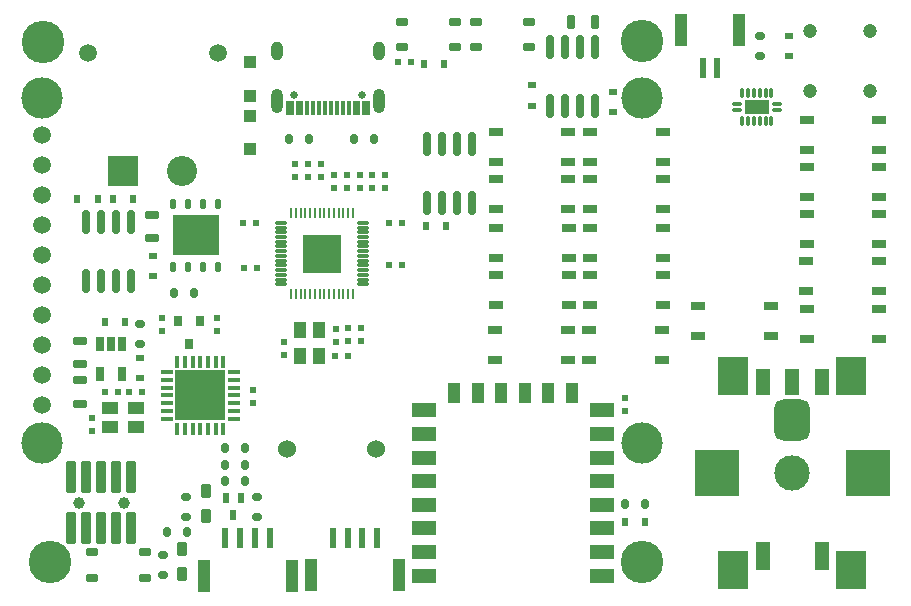
<source format=gbr>
%TF.GenerationSoftware,KiCad,Pcbnew,7.0.7*%
%TF.CreationDate,2023-08-17T16:49:06-04:00*%
%TF.ProjectId,eOPRA_interface,654f5052-415f-4696-9e74-657266616365,rev?*%
%TF.SameCoordinates,Original*%
%TF.FileFunction,Soldermask,Top*%
%TF.FilePolarity,Negative*%
%FSLAX46Y46*%
G04 Gerber Fmt 4.6, Leading zero omitted, Abs format (unit mm)*
G04 Created by KiCad (PCBNEW 7.0.7) date 2023-08-17 16:49:06*
%MOMM*%
%LPD*%
G01*
G04 APERTURE LIST*
G04 Aperture macros list*
%AMRoundRect*
0 Rectangle with rounded corners*
0 $1 Rounding radius*
0 $2 $3 $4 $5 $6 $7 $8 $9 X,Y pos of 4 corners*
0 Add a 4 corners polygon primitive as box body*
4,1,4,$2,$3,$4,$5,$6,$7,$8,$9,$2,$3,0*
0 Add four circle primitives for the rounded corners*
1,1,$1+$1,$2,$3*
1,1,$1+$1,$4,$5*
1,1,$1+$1,$6,$7*
1,1,$1+$1,$8,$9*
0 Add four rect primitives between the rounded corners*
20,1,$1+$1,$2,$3,$4,$5,0*
20,1,$1+$1,$4,$5,$6,$7,0*
20,1,$1+$1,$6,$7,$8,$9,0*
20,1,$1+$1,$8,$9,$2,$3,0*%
G04 Aperture macros list end*
%ADD10R,0.600000X0.500000*%
%ADD11R,1.400000X1.100000*%
%ADD12R,1.100000X1.400000*%
%ADD13R,2.000000X1.200000*%
%ADD14R,1.100000X1.700000*%
%ADD15RoundRect,0.187500X0.312500X0.187500X-0.312500X0.187500X-0.312500X-0.187500X0.312500X-0.187500X0*%
%ADD16R,0.800000X0.900000*%
%ADD17R,1.200000X0.800000*%
%ADD18C,1.508000*%
%ADD19C,2.550000*%
%ADD20R,2.550000X2.550000*%
%ADD21RoundRect,0.175000X-0.425000X0.175000X-0.425000X-0.175000X0.425000X-0.175000X0.425000X0.175000X0*%
%ADD22C,1.200000*%
%ADD23R,0.600000X0.800000*%
%ADD24C,3.600000*%
%ADD25RoundRect,0.006000X-0.431500X-0.094000X0.431500X-0.094000X0.431500X0.094000X-0.431500X0.094000X0*%
%ADD26RoundRect,0.020000X-0.080000X-0.417500X0.080000X-0.417500X0.080000X0.417500X-0.080000X0.417500X0*%
%ADD27R,3.200000X3.200000*%
%ADD28RoundRect,0.150000X0.150000X-0.825000X0.150000X0.825000X-0.150000X0.825000X-0.150000X-0.825000X0*%
%ADD29R,3.750000X4.000000*%
%ADD30R,2.500000X3.200000*%
%ADD31C,3.000000*%
%ADD32RoundRect,0.750000X0.750000X1.000000X-0.750000X1.000000X-0.750000X-1.000000X0.750000X-1.000000X0*%
%ADD33R,1.300000X2.200000*%
%ADD34R,1.300000X2.400000*%
%ADD35RoundRect,0.175000X0.425000X-0.175000X0.425000X0.175000X-0.425000X0.175000X-0.425000X-0.175000X0*%
%ADD36R,1.100000X1.100000*%
%ADD37R,1.000000X2.700000*%
%ADD38R,0.600000X1.700000*%
%ADD39RoundRect,0.150000X0.250000X-0.150000X0.250000X0.150000X-0.250000X0.150000X-0.250000X-0.150000X0*%
%ADD40RoundRect,0.150000X-0.250000X0.150000X-0.250000X-0.150000X0.250000X-0.150000X0.250000X0.150000X0*%
%ADD41C,0.650000*%
%ADD42R,0.300000X1.150000*%
%ADD43O,1.000000X2.100000*%
%ADD44O,1.000000X1.600000*%
%ADD45R,0.800000X0.600000*%
%ADD46RoundRect,0.150000X0.150000X0.250000X-0.150000X0.250000X-0.150000X-0.250000X0.150000X-0.250000X0*%
%ADD47R,0.500000X0.600000*%
%ADD48RoundRect,0.150000X-0.150000X-0.250000X0.150000X-0.250000X0.150000X0.250000X-0.150000X0.250000X0*%
%ADD49R,0.650000X1.220000*%
%ADD50RoundRect,0.083000X-0.332000X0.479500X-0.332000X-0.479500X0.332000X-0.479500X0.332000X0.479500X0*%
%ADD51RoundRect,0.175000X0.175000X0.425000X-0.175000X0.425000X-0.175000X-0.425000X0.175000X-0.425000X0*%
%ADD52R,0.520000X0.830000*%
%ADD53R,2.150000X1.150000*%
%ADD54O,0.850000X0.300000*%
%ADD55O,0.300000X0.850000*%
%ADD56RoundRect,0.150000X-0.150000X0.825000X-0.150000X-0.825000X0.150000X-0.825000X0.150000X0.825000X0*%
%ADD57C,1.524000*%
%ADD58R,4.000000X3.400000*%
%ADD59RoundRect,0.125000X0.125000X-0.262500X0.125000X0.262500X-0.125000X0.262500X-0.125000X-0.262500X0*%
%ADD60R,1.000000X0.370000*%
%ADD61R,0.370000X1.000000*%
%ADD62R,4.250000X4.250000*%
%ADD63C,1.000000*%
%ADD64RoundRect,0.050800X0.380000X1.300000X-0.380000X1.300000X-0.380000X-1.300000X0.380000X-1.300000X0*%
%ADD65C,3.500000*%
%ADD66C,1.500000*%
G04 APERTURE END LIST*
D10*
%TO.C,R24*%
X128225000Y-89150000D03*
X128225000Y-90250000D03*
%TD*%
%TO.C,R23*%
X127150000Y-89150000D03*
X127150000Y-90250000D03*
%TD*%
D11*
%TO.C,Y1*%
X110400000Y-108900000D03*
X108200000Y-108900000D03*
X108200000Y-110500000D03*
X110400000Y-110500000D03*
%TD*%
D12*
%TO.C,Y3*%
X125885000Y-104485000D03*
X125885000Y-102285000D03*
X124285000Y-102285000D03*
X124285000Y-104485000D03*
%TD*%
D13*
%TO.C,U16*%
X149800000Y-123075000D03*
X149800000Y-121075000D03*
X149800000Y-119075000D03*
X149800000Y-117075000D03*
X149800000Y-115075000D03*
X149800000Y-113075000D03*
X149800000Y-111075000D03*
X149800000Y-109075000D03*
D14*
X147300000Y-107575000D03*
X145300000Y-107575000D03*
X143300000Y-107575000D03*
X141300000Y-107575000D03*
X139300000Y-107575000D03*
X137300000Y-107575000D03*
D13*
X134800000Y-109075000D03*
X134800000Y-111075000D03*
X134800000Y-113075000D03*
X134800000Y-115075000D03*
X134800000Y-117075000D03*
X134800000Y-119075000D03*
X134800000Y-121075000D03*
X134800000Y-123075000D03*
%TD*%
D15*
%TO.C,SW3*%
X111150000Y-123255000D03*
X111150000Y-121105000D03*
X106650000Y-123255000D03*
X106650000Y-121105000D03*
%TD*%
%TO.C,SW6*%
X143650000Y-78330000D03*
X143650000Y-76180000D03*
X139150000Y-78330000D03*
X139150000Y-76180000D03*
%TD*%
%TO.C,SW2*%
X137400000Y-78330000D03*
X137400000Y-76180000D03*
X132900000Y-78330000D03*
X132900000Y-76180000D03*
%TD*%
D10*
%TO.C,C33*%
X120300000Y-108475000D03*
X120300000Y-107375000D03*
%TD*%
D16*
%TO.C,D1*%
X115825000Y-101500000D03*
X113925000Y-101500000D03*
X114875000Y-103500000D03*
%TD*%
D17*
%TO.C,Q30*%
X140820000Y-89520000D03*
X140820000Y-92060000D03*
X146970000Y-92060000D03*
X146970000Y-89520000D03*
%TD*%
D18*
%TO.C,U5*%
X106300000Y-78800000D03*
X117300000Y-78800000D03*
D19*
X114300000Y-88800000D03*
D20*
X109300000Y-88800000D03*
%TD*%
D17*
%TO.C,Q27*%
X140837500Y-85525000D03*
X140837500Y-88065000D03*
X146987500Y-88065000D03*
X146987500Y-85525000D03*
%TD*%
D21*
%TO.C,C20*%
X105625000Y-103200000D03*
X105625000Y-105200000D03*
%TD*%
D22*
%TO.C,SW4*%
X172505000Y-82025000D03*
X172505000Y-76945000D03*
X167425000Y-82025000D03*
X167425000Y-76945000D03*
%TD*%
D10*
%TO.C,C22*%
X106675000Y-109750000D03*
X106675000Y-110850000D03*
%TD*%
D23*
%TO.C,D3*%
X136425000Y-79775000D03*
X134725000Y-79775000D03*
%TD*%
%TO.C,C32*%
X134920000Y-93470000D03*
X136620000Y-93470000D03*
%TD*%
D24*
%TO.C,U7*%
X153250000Y-77850000D03*
%TD*%
D17*
%TO.C,Q7*%
X148825000Y-97605000D03*
X148825000Y-100145000D03*
X154975000Y-100145000D03*
X154975000Y-97605000D03*
%TD*%
D25*
%TO.C,U10*%
X122690000Y-93210000D03*
X122690000Y-93610000D03*
X122690000Y-94010000D03*
X122690000Y-94410000D03*
X122690000Y-94810000D03*
X122690000Y-95210000D03*
X122690000Y-95610000D03*
X122690000Y-96010000D03*
X122690000Y-96410000D03*
X122690000Y-96810000D03*
X122690000Y-97210000D03*
X122690000Y-97610000D03*
X122690000Y-98010000D03*
X122690000Y-98410000D03*
D26*
X123525000Y-99245000D03*
X123925000Y-99245000D03*
X124325000Y-99245000D03*
X124725000Y-99245000D03*
X125125000Y-99245000D03*
X125525000Y-99245000D03*
X125925000Y-99245000D03*
X126325000Y-99245000D03*
X126725000Y-99245000D03*
X127125000Y-99245000D03*
X127525000Y-99245000D03*
X127925000Y-99245000D03*
X128325000Y-99245000D03*
X128725000Y-99245000D03*
D25*
X129560000Y-98410000D03*
X129560000Y-98010000D03*
X129560000Y-97610000D03*
X129560000Y-97210000D03*
X129560000Y-96810000D03*
X129560000Y-96410000D03*
X129560000Y-96010000D03*
X129560000Y-95610000D03*
X129560000Y-95210000D03*
X129560000Y-94810000D03*
X129560000Y-94410000D03*
X129560000Y-94010000D03*
X129560000Y-93610000D03*
X129560000Y-93210000D03*
D26*
X128725000Y-92375000D03*
X128325000Y-92375000D03*
X127925000Y-92375000D03*
X127525000Y-92375000D03*
X127125000Y-92375000D03*
X126725000Y-92375000D03*
X126325000Y-92375000D03*
X125925000Y-92375000D03*
X125525000Y-92375000D03*
X125125000Y-92375000D03*
X124725000Y-92375000D03*
X124325000Y-92375000D03*
X123925000Y-92375000D03*
X123525000Y-92375000D03*
D27*
X126125000Y-95810000D03*
%TD*%
D23*
%TO.C,D2*%
X151800000Y-118550000D03*
X153500000Y-118550000D03*
%TD*%
D28*
%TO.C,U15*%
X145420000Y-83275000D03*
X146690000Y-83275000D03*
X147960000Y-83275000D03*
X149230000Y-83275000D03*
X149230000Y-78325000D03*
X147960000Y-78325000D03*
X146690000Y-78325000D03*
X145420000Y-78325000D03*
%TD*%
D17*
%TO.C,Q17*%
X140860000Y-97600000D03*
X140860000Y-100140000D03*
X147010000Y-100140000D03*
X147010000Y-97600000D03*
%TD*%
D29*
%TO.C,SW7*%
X172325000Y-114400000D03*
D30*
X170950000Y-122600000D03*
X170950000Y-106200000D03*
D31*
X165950000Y-114400000D03*
D32*
X165950000Y-109900000D03*
D30*
X160950000Y-122600000D03*
X160950000Y-106200000D03*
D29*
X159575000Y-114400000D03*
D33*
X168450000Y-106700000D03*
X163450000Y-106700000D03*
X165950000Y-106700000D03*
D34*
X168450000Y-121400000D03*
X163450000Y-121400000D03*
%TD*%
D35*
%TO.C,C31*%
X105625000Y-108525000D03*
X105625000Y-106525000D03*
%TD*%
D10*
%TO.C,C24*%
X112550000Y-102375000D03*
X112550000Y-101275000D03*
%TD*%
D36*
%TO.C,D4*%
X120030000Y-84160000D03*
X120030000Y-86960000D03*
%TD*%
D37*
%TO.C,J2*%
X125200000Y-123050000D03*
X132650000Y-123050000D03*
D38*
X127050000Y-119850000D03*
X128300000Y-119850000D03*
X129550000Y-119850000D03*
X130800000Y-119850000D03*
%TD*%
D39*
%TO.C,R15*%
X110700000Y-103475000D03*
X110700000Y-101775000D03*
%TD*%
D17*
%TO.C,Q15*%
X173300000Y-103025000D03*
X173300000Y-100485000D03*
X167150000Y-100485000D03*
X167150000Y-103025000D03*
%TD*%
D10*
%TO.C,C14*%
X123875000Y-89325000D03*
X123875000Y-88225000D03*
%TD*%
D17*
%TO.C,Q22*%
X148845000Y-89515000D03*
X148845000Y-92055000D03*
X154995000Y-92055000D03*
X154995000Y-89515000D03*
%TD*%
D10*
%TO.C,C10*%
X126050000Y-89325000D03*
X126050000Y-88225000D03*
%TD*%
%TO.C,C34*%
X151800000Y-109125000D03*
X151800000Y-108025000D03*
%TD*%
D40*
%TO.C,R18*%
X112625000Y-121300000D03*
X112625000Y-123000000D03*
%TD*%
D41*
%TO.C,U1*%
X129525000Y-82380000D03*
X123745000Y-82380000D03*
D42*
X129985000Y-83445000D03*
X129185000Y-83445000D03*
X127885000Y-83445000D03*
X126885000Y-83445000D03*
X126385000Y-83445000D03*
X125385000Y-83445000D03*
X124085000Y-83445000D03*
X123285000Y-83445000D03*
X123585000Y-83445000D03*
X124385000Y-83445000D03*
X124885000Y-83445000D03*
X125885000Y-83445000D03*
X127385000Y-83445000D03*
X128385000Y-83445000D03*
X128885000Y-83445000D03*
X129685000Y-83445000D03*
D43*
X130955000Y-82880000D03*
D44*
X130955000Y-78700000D03*
D43*
X122315000Y-82880000D03*
D44*
X122315000Y-78700000D03*
%TD*%
D45*
%TO.C,C19*%
X110705000Y-104655000D03*
X110705000Y-106355000D03*
%TD*%
D10*
%TO.C,C12*%
X131450000Y-90250000D03*
X131450000Y-89150000D03*
%TD*%
D46*
%TO.C,R28*%
X114700000Y-119400000D03*
X113000000Y-119400000D03*
%TD*%
D17*
%TO.C,Q14*%
X154900000Y-104835000D03*
X154900000Y-102295000D03*
X148750000Y-102295000D03*
X148750000Y-104835000D03*
%TD*%
D45*
%TO.C,C2*%
X111775000Y-96050000D03*
X111775000Y-97750000D03*
%TD*%
D24*
%TO.C,U8*%
X153250000Y-121900000D03*
%TD*%
D10*
%TO.C,R4*%
X127275000Y-103275000D03*
X127275000Y-102175000D03*
%TD*%
D17*
%TO.C,Q26*%
X173300000Y-95025000D03*
X173300000Y-92485000D03*
X167150000Y-92485000D03*
X167150000Y-95025000D03*
%TD*%
D10*
%TO.C,C8*%
X128360000Y-102150000D03*
X128360000Y-103250000D03*
%TD*%
D17*
%TO.C,Q34*%
X148837500Y-85510000D03*
X148837500Y-88050000D03*
X154987500Y-88050000D03*
X154987500Y-85510000D03*
%TD*%
D47*
%TO.C,C13*%
X120525000Y-93225000D03*
X119425000Y-93225000D03*
%TD*%
D36*
%TO.C,D5*%
X120040000Y-82430000D03*
X120040000Y-79630000D03*
%TD*%
D10*
%TO.C,C15*%
X129450000Y-102150000D03*
X129450000Y-103250000D03*
%TD*%
D35*
%TO.C,C3*%
X111750000Y-94525000D03*
X111750000Y-92525000D03*
%TD*%
D48*
%TO.C,R16*%
X113575000Y-99125000D03*
X115275000Y-99125000D03*
%TD*%
D39*
%TO.C,R7*%
X120650000Y-118100000D03*
X120650000Y-116400000D03*
%TD*%
D48*
%TO.C,R25*%
X117900000Y-113700000D03*
X119600000Y-113700000D03*
%TD*%
D47*
%TO.C,C7*%
X131835000Y-93235000D03*
X132935000Y-93235000D03*
%TD*%
D46*
%TO.C,R11*%
X119600000Y-112300000D03*
X117900000Y-112300000D03*
%TD*%
D49*
%TO.C,U14*%
X109225000Y-103425000D03*
X108275000Y-103425000D03*
X107325000Y-103425000D03*
X107325000Y-106045000D03*
X109225000Y-106045000D03*
%TD*%
D45*
%TO.C,C29*%
X150800000Y-83825000D03*
X150800000Y-82125000D03*
%TD*%
%TO.C,D10*%
X165675000Y-79100000D03*
X165675000Y-77400000D03*
%TD*%
D10*
%TO.C,C23*%
X117200000Y-102350000D03*
X117200000Y-101250000D03*
%TD*%
D48*
%TO.C,R2*%
X128825000Y-86075000D03*
X130525000Y-86075000D03*
%TD*%
D17*
%TO.C,Q20*%
X173290000Y-99010000D03*
X173290000Y-96470000D03*
X167140000Y-96470000D03*
X167140000Y-99010000D03*
%TD*%
D50*
%TO.C,D9*%
X114300000Y-120850000D03*
X114300000Y-122950000D03*
%TD*%
D10*
%TO.C,C17*%
X130375000Y-90250000D03*
X130375000Y-89150000D03*
%TD*%
D23*
%TO.C,C6*%
X107730000Y-101585000D03*
X109430000Y-101585000D03*
%TD*%
D47*
%TO.C,C25*%
X131825000Y-96800000D03*
X132925000Y-96800000D03*
%TD*%
D17*
%TO.C,Q11*%
X140875000Y-93625000D03*
X140875000Y-96165000D03*
X147025000Y-96165000D03*
X147025000Y-93625000D03*
%TD*%
D24*
%TO.C,U6*%
X103100000Y-121900000D03*
%TD*%
D17*
%TO.C,Q23*%
X173325000Y-91000000D03*
X173325000Y-88460000D03*
X167175000Y-88460000D03*
X167175000Y-91000000D03*
%TD*%
D24*
%TO.C,U9*%
X102520000Y-77858175D03*
%TD*%
D51*
%TO.C,C30*%
X149200000Y-76175000D03*
X147200000Y-76175000D03*
%TD*%
D45*
%TO.C,C28*%
X143900000Y-81575000D03*
X143900000Y-83275000D03*
%TD*%
D47*
%TO.C,C21*%
X108825000Y-107525000D03*
X107725000Y-107525000D03*
%TD*%
%TO.C,C9*%
X120625000Y-97000000D03*
X119525000Y-97000000D03*
%TD*%
D48*
%TO.C,R1*%
X123310000Y-86090000D03*
X125010000Y-86090000D03*
%TD*%
D52*
%TO.C,Q3*%
X119275000Y-116505000D03*
X117975000Y-116505000D03*
X118625000Y-117975000D03*
%TD*%
D47*
%TO.C,R81*%
X109800000Y-107525000D03*
X110900000Y-107525000D03*
%TD*%
D48*
%TO.C,R20*%
X151800000Y-117050000D03*
X153500000Y-117050000D03*
%TD*%
D28*
%TO.C,U4*%
X135020000Y-91500000D03*
X136290000Y-91500000D03*
X137560000Y-91500000D03*
X138830000Y-91500000D03*
X138830000Y-86550000D03*
X137560000Y-86550000D03*
X136290000Y-86550000D03*
X135020000Y-86550000D03*
%TD*%
D17*
%TO.C,Q9*%
X164125000Y-102800000D03*
X164125000Y-100260000D03*
X157975000Y-100260000D03*
X157975000Y-102800000D03*
%TD*%
D10*
%TO.C,C4*%
X122900000Y-104400000D03*
X122900000Y-103300000D03*
%TD*%
D53*
%TO.C,U17*%
X162930000Y-83410000D03*
D54*
X164630000Y-83160000D03*
D55*
X164180000Y-82210000D03*
X163680000Y-82210000D03*
X163180000Y-82210000D03*
X162680000Y-82210000D03*
X162180000Y-82210000D03*
X161680000Y-82210000D03*
D54*
X161230000Y-83160000D03*
X161230000Y-83660000D03*
D55*
X161680000Y-84610000D03*
X162180000Y-84610000D03*
X162680000Y-84610000D03*
X163180000Y-84610000D03*
X163680000Y-84610000D03*
X164180000Y-84610000D03*
D54*
X164630000Y-83660000D03*
%TD*%
D10*
%TO.C,C11*%
X124975000Y-89325000D03*
X124975000Y-88225000D03*
%TD*%
D47*
%TO.C,R17*%
X132525000Y-79550000D03*
X133625000Y-79550000D03*
%TD*%
D48*
%TO.C,R6*%
X117900000Y-115075000D03*
X119600000Y-115075000D03*
%TD*%
D37*
%TO.C,J5*%
X116100000Y-123075000D03*
X123550000Y-123075000D03*
D38*
X117950000Y-119875000D03*
X119200000Y-119875000D03*
X120450000Y-119875000D03*
X121700000Y-119875000D03*
%TD*%
D39*
%TO.C,R29*%
X163225000Y-79075000D03*
X163225000Y-77375000D03*
%TD*%
D50*
%TO.C,D8*%
X116275000Y-115900000D03*
X116275000Y-118000000D03*
%TD*%
D10*
%TO.C,C16*%
X129300000Y-90250000D03*
X129300000Y-89150000D03*
%TD*%
D56*
%TO.C,U3*%
X109980000Y-93150000D03*
X108710000Y-93150000D03*
X107440000Y-93150000D03*
X106170000Y-93150000D03*
X106170000Y-98100000D03*
X107440000Y-98100000D03*
X108710000Y-98100000D03*
X109980000Y-98100000D03*
%TD*%
D57*
%TO.C,SP1*%
X123125000Y-112325000D03*
X130725000Y-112325000D03*
%TD*%
D58*
%TO.C,U11*%
X115455000Y-94272500D03*
D59*
X113550000Y-96935000D03*
X114820000Y-96935000D03*
X116090000Y-96935000D03*
X117360000Y-96935000D03*
X117360000Y-91610000D03*
X116090000Y-91610000D03*
X114820000Y-91610000D03*
X113550000Y-91610000D03*
%TD*%
D60*
%TO.C,U13*%
X118675000Y-109775000D03*
X118675000Y-109125000D03*
X118675000Y-108475000D03*
X118675000Y-107825000D03*
X118675000Y-107175000D03*
X118675000Y-106525000D03*
X118675000Y-105875000D03*
D61*
X117775000Y-104975000D03*
X117125000Y-104975000D03*
X116475000Y-104975000D03*
X115825000Y-104975000D03*
X115175000Y-104975000D03*
X114525000Y-104975000D03*
X113875000Y-104975000D03*
D60*
X112975000Y-105875000D03*
X112975000Y-106525000D03*
X112975000Y-107175000D03*
X112975000Y-107825000D03*
X112975000Y-108475000D03*
X112975000Y-109125000D03*
X112975000Y-109775000D03*
D61*
X113875000Y-110675000D03*
X114525000Y-110675000D03*
X115175000Y-110675000D03*
X115825000Y-110675000D03*
X116475000Y-110675000D03*
X117125000Y-110675000D03*
X117775000Y-110675000D03*
D62*
X115825000Y-107825000D03*
%TD*%
D23*
%TO.C,C1*%
X110150000Y-91150000D03*
X108450000Y-91150000D03*
%TD*%
D37*
%TO.C,J4*%
X161455000Y-76882500D03*
X156505000Y-76882500D03*
D38*
X159605000Y-80082500D03*
X158355000Y-80082500D03*
%TD*%
D63*
%TO.C,U2*%
X109330000Y-116900000D03*
X105520000Y-116900000D03*
D64*
X109965000Y-114750000D03*
X109965000Y-119050000D03*
X108695000Y-114750000D03*
X108695000Y-119050000D03*
X107425000Y-114750000D03*
X107425000Y-119050000D03*
X106155000Y-114750000D03*
X106155000Y-119050000D03*
X104885000Y-114750000D03*
X104885000Y-119050000D03*
%TD*%
D17*
%TO.C,Q1*%
X140780000Y-102280000D03*
X140780000Y-104820000D03*
X146930000Y-104820000D03*
X146930000Y-102280000D03*
%TD*%
D47*
%TO.C,C5*%
X127225000Y-104450000D03*
X128325000Y-104450000D03*
%TD*%
D65*
%TO.C,U12*%
X102450000Y-82613175D03*
X102450000Y-111823175D03*
X153250000Y-82613175D03*
X153250000Y-111823175D03*
D66*
X102450000Y-85788175D03*
X102450000Y-88333175D03*
X102450000Y-90873175D03*
X102450000Y-93413175D03*
X102450000Y-95953175D03*
X102450000Y-98493175D03*
X102450000Y-101033175D03*
X102450000Y-103573175D03*
X102450000Y-106113175D03*
X102450000Y-108653175D03*
%TD*%
D17*
%TO.C,Q18*%
X148835000Y-93610000D03*
X148835000Y-96150000D03*
X154985000Y-96150000D03*
X154985000Y-93610000D03*
%TD*%
D23*
%TO.C,C18*%
X105420000Y-91150000D03*
X107120000Y-91150000D03*
%TD*%
D17*
%TO.C,Q31*%
X173325000Y-87000000D03*
X173325000Y-84460000D03*
X167175000Y-84460000D03*
X167175000Y-87000000D03*
%TD*%
D39*
%TO.C,R27*%
X114600000Y-118125000D03*
X114600000Y-116425000D03*
%TD*%
M02*

</source>
